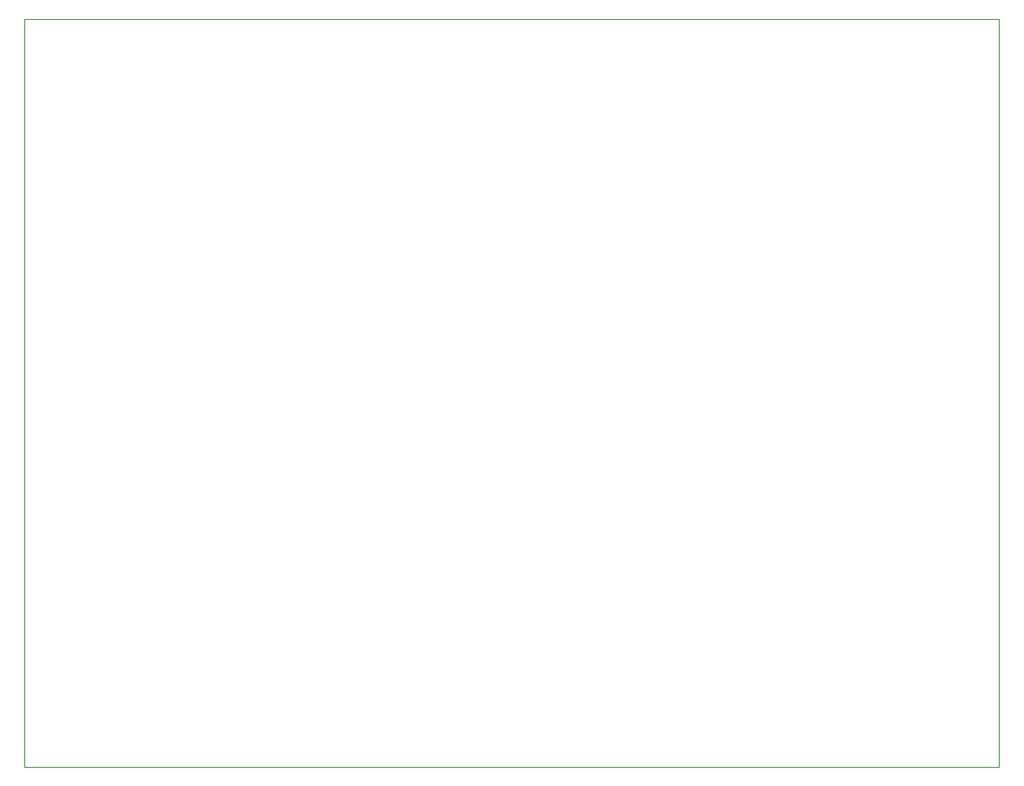
<source format=gbr>
%TF.GenerationSoftware,KiCad,Pcbnew,5.99.0-unknown-ad69e44~101~ubuntu18.04.1*%
%TF.CreationDate,2020-06-22T16:53:12+08:00*%
%TF.ProjectId,ovc4,6f766334-2e6b-4696-9361-645f70636258,rev?*%
%TF.SameCoordinates,Original*%
%TF.FileFunction,Profile,NP*%
%FSLAX46Y46*%
G04 Gerber Fmt 4.6, Leading zero omitted, Abs format (unit mm)*
G04 Created by KiCad (PCBNEW 5.99.0-unknown-ad69e44~101~ubuntu18.04.1) date 2020-06-22 16:53:12*
%MOMM*%
%LPD*%
G01*
G04 APERTURE LIST*
%TA.AperFunction,Profile*%
%ADD10C,0.050000*%
%TD*%
G04 APERTURE END LIST*
D10*
X32000000Y-101000000D02*
X32000000Y-28000000D01*
X127000000Y-101000000D02*
X32000000Y-101000000D01*
X127000000Y-28000000D02*
X127000000Y-101000000D01*
X32000000Y-28000000D02*
X127000000Y-28000000D01*
M02*

</source>
